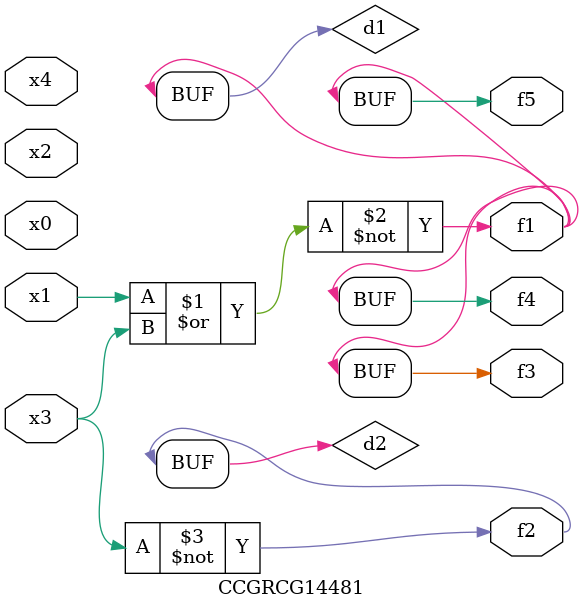
<source format=v>
module CCGRCG14481(
	input x0, x1, x2, x3, x4,
	output f1, f2, f3, f4, f5
);

	wire d1, d2;

	nor (d1, x1, x3);
	not (d2, x3);
	assign f1 = d1;
	assign f2 = d2;
	assign f3 = d1;
	assign f4 = d1;
	assign f5 = d1;
endmodule

</source>
